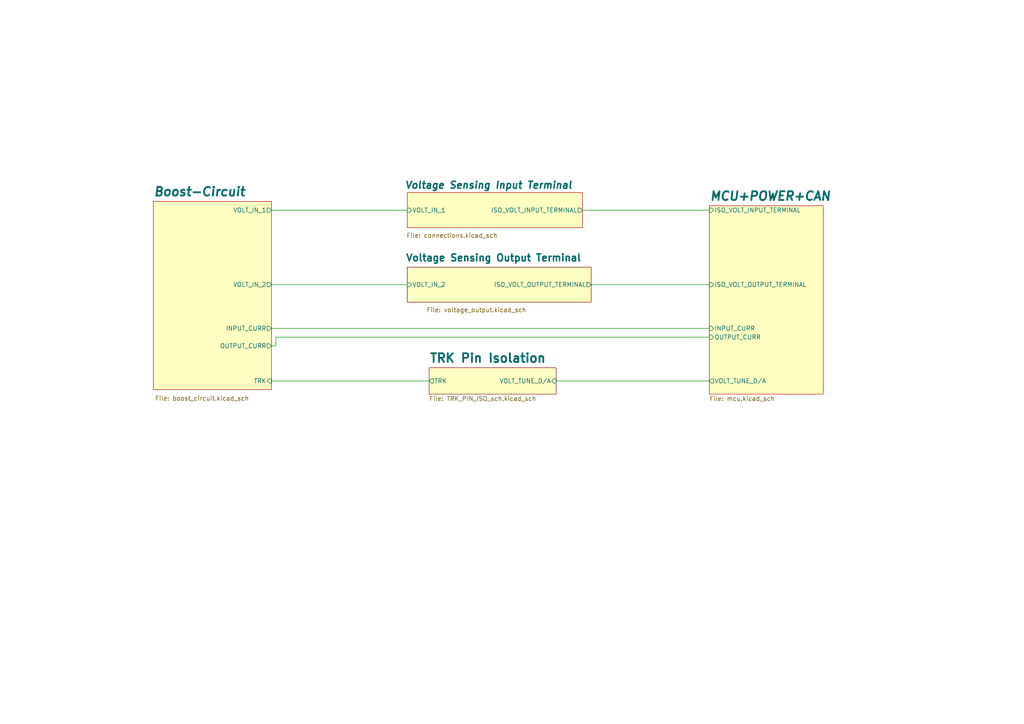
<source format=kicad_sch>
(kicad_sch
	(version 20231120)
	(generator "eeschema")
	(generator_version "8.0")
	(uuid "892bc44b-f7f8-4677-bf53-06d5523b6450")
	(paper "A4")
	(title_block
		(title "DC-DC-Converter Root Page")
		(rev "V1")
		(company "EcoCar")
		(comment 1 "Designed by: Nicholas semmens")
	)
	(lib_symbols)
	(wire
		(pts
			(xy 78.74 95.25) (xy 205.74 95.25)
		)
		(stroke
			(width 0)
			(type default)
		)
		(uuid "0626d276-9170-4649-bd8d-f605c181c56e")
	)
	(wire
		(pts
			(xy 161.29 110.49) (xy 205.74 110.49)
		)
		(stroke
			(width 0)
			(type default)
		)
		(uuid "11ac6ce0-27a5-4eab-833f-a40ede77fb9d")
	)
	(wire
		(pts
			(xy 171.45 82.55) (xy 205.74 82.55)
		)
		(stroke
			(width 0)
			(type default)
		)
		(uuid "2048aecc-782e-42a8-bb00-5c4ed5244b04")
	)
	(wire
		(pts
			(xy 78.74 60.96) (xy 118.11 60.96)
		)
		(stroke
			(width 0)
			(type default)
		)
		(uuid "3058c625-d3c3-47cb-af39-e8e063e1738d")
	)
	(wire
		(pts
			(xy 168.91 60.96) (xy 205.74 60.96)
		)
		(stroke
			(width 0)
			(type default)
		)
		(uuid "3701e8a1-9999-47ea-b0e3-5709de0bf8df")
	)
	(wire
		(pts
			(xy 80.01 100.33) (xy 80.01 97.79)
		)
		(stroke
			(width 0)
			(type default)
		)
		(uuid "79e0b60e-0268-49a7-8666-c8bf5e1897a4")
	)
	(wire
		(pts
			(xy 78.74 110.49) (xy 124.46 110.49)
		)
		(stroke
			(width 0)
			(type default)
		)
		(uuid "aa566dde-5bef-4088-8ec9-22087e10fa6f")
	)
	(wire
		(pts
			(xy 78.74 100.33) (xy 80.01 100.33)
		)
		(stroke
			(width 0)
			(type default)
		)
		(uuid "c9476d63-8f15-4268-a724-a71e7f58098e")
	)
	(wire
		(pts
			(xy 80.01 97.79) (xy 205.74 97.79)
		)
		(stroke
			(width 0)
			(type default)
		)
		(uuid "e9109105-aafc-45db-86d5-abdae88b4dfe")
	)
	(wire
		(pts
			(xy 78.74 82.55) (xy 118.11 82.55)
		)
		(stroke
			(width 0)
			(type default)
		)
		(uuid "f8bd5fa6-26ba-4072-86ce-9788aca39a8f")
	)
	(sheet
		(at 205.74 59.69)
		(size 33.02 54.61)
		(fields_autoplaced yes)
		(stroke
			(width 0.1524)
			(type solid)
			(color 194 0 0 1)
		)
		(fill
			(color 255 255 194 1.0000)
		)
		(uuid "6b6dff4b-35e7-4502-aee4-850c05739898")
		(property "Sheetname" "MCU+POWER+CAN"
			(at 205.74 58.3434 0)
			(effects
				(font
					(size 2.54 2.54)
					(bold yes)
					(italic yes)
				)
				(justify left bottom)
			)
		)
		(property "Sheetfile" "mcu.kicad_sch"
			(at 205.74 114.8846 0)
			(effects
				(font
					(size 1.27 1.27)
				)
				(justify left top)
			)
		)
		(pin "VOLT_TUNE_D{slash}A" output
			(at 205.74 110.49 180)
			(effects
				(font
					(size 1.27 1.27)
				)
				(justify left)
			)
			(uuid "eb274488-6214-4b7d-b8ed-52e4540dac74")
		)
		(pin "INPUT_CURR" input
			(at 205.74 95.25 180)
			(effects
				(font
					(size 1.27 1.27)
				)
				(justify left)
			)
			(uuid "386b57d2-3e5c-4398-8405-20f20c118cc2")
		)
		(pin "OUTPUT_CURR" input
			(at 205.74 97.79 180)
			(effects
				(font
					(size 1.27 1.27)
				)
				(justify left)
			)
			(uuid "7b011cc9-1cb2-4089-9516-729d421148bb")
		)
		(pin "ISO_VOLT_OUTPUT_TERMINAL" input
			(at 205.74 82.55 180)
			(effects
				(font
					(size 1.27 1.27)
				)
				(justify left)
			)
			(uuid "6076e9e0-d748-426d-a5ee-243b983e9f92")
		)
		(pin "ISO_VOLT_INPUT_TERMINAL" input
			(at 205.74 60.96 180)
			(effects
				(font
					(size 1.27 1.27)
				)
				(justify left)
			)
			(uuid "f07ebe9c-641f-4a95-ae95-01191c3221ab")
		)
		(instances
			(project "DC-DC-Boost-V1"
				(path "/892bc44b-f7f8-4677-bf53-06d5523b6450"
					(page "3")
				)
			)
		)
	)
	(sheet
		(at 118.11 77.47)
		(size 53.34 10.16)
		(stroke
			(width 0.1524)
			(type solid)
			(color 132 0 0 1)
		)
		(fill
			(color 255 255 194 1.0000)
		)
		(uuid "75fe99dd-6331-41c4-aaf2-0a4fa01a955e")
		(property "Sheetname" "Voltage Sensing Output Terminal"
			(at 117.602 75.946 0)
			(effects
				(font
					(size 2.032 2.032)
					(bold yes)
				)
				(justify left bottom)
			)
		)
		(property "Sheetfile" "voltage_output.kicad_sch"
			(at 123.698 89.154 0)
			(effects
				(font
					(size 1.27 1.27)
				)
				(justify left top)
			)
		)
		(pin "ISO_VOLT_OUTPUT_TERMINAL" output
			(at 171.45 82.55 0)
			(effects
				(font
					(size 1.27 1.27)
				)
				(justify right)
			)
			(uuid "a2e3ca6c-5c67-438b-b4bf-5b6e24fae8a7")
		)
		(pin "VOLT_IN_2" input
			(at 118.11 82.55 180)
			(effects
				(font
					(size 1.27 1.27)
				)
				(justify left)
			)
			(uuid "edf43b7e-c83d-407b-bc6c-039a4ed79ccc")
		)
		(instances
			(project "DC-DC-Boost-V1"
				(path "/892bc44b-f7f8-4677-bf53-06d5523b6450"
					(page "5")
				)
			)
		)
	)
	(sheet
		(at 124.46 106.68)
		(size 36.83 7.62)
		(fields_autoplaced yes)
		(stroke
			(width 0.1524)
			(type solid)
			(color 132 0 0 1)
		)
		(fill
			(color 255 255 194 1.0000)
		)
		(uuid "83854842-4c14-4e3d-b9f8-9c4b216ba0c1")
		(property "Sheetname" "TRK Pin Isolation"
			(at 124.46 105.3334 0)
			(effects
				(font
					(size 2.54 2.54)
					(bold yes)
				)
				(justify left bottom)
			)
		)
		(property "Sheetfile" "TRK_PIN_ISO_sch.kicad_sch"
			(at 124.46 114.8846 0)
			(effects
				(font
					(size 1.27 1.27)
				)
				(justify left top)
			)
		)
		(pin "TRK" output
			(at 124.46 110.49 180)
			(effects
				(font
					(size 1.27 1.27)
				)
				(justify left)
			)
			(uuid "30097057-76db-4fe5-b408-2281bfece249")
		)
		(pin "VOLT_TUNE_D{slash}A" input
			(at 161.29 110.49 0)
			(effects
				(font
					(size 1.27 1.27)
				)
				(justify right)
			)
			(uuid "4b803849-fe82-4d33-8686-c4bdeb382689")
		)
		(instances
			(project "DC-DC-Boost-V1"
				(path "/892bc44b-f7f8-4677-bf53-06d5523b6450"
					(page "6")
				)
			)
		)
	)
	(sheet
		(at 118.11 55.88)
		(size 50.8 10.16)
		(stroke
			(width 0.1524)
			(type solid)
			(color 194 0 0 1)
		)
		(fill
			(color 255 255 194 1.0000)
		)
		(uuid "bd7f2a09-2d74-4ab8-a6c5-81b8532b89e9")
		(property "Sheetname" "Voltage Sensing Input Terminal"
			(at 117.348 54.864 0)
			(effects
				(font
					(size 2.032 2.032)
					(bold yes)
					(italic yes)
				)
				(justify left bottom)
			)
		)
		(property "Sheetfile" "connections.kicad_sch"
			(at 117.856 67.564 0)
			(effects
				(font
					(size 1.27 1.27)
				)
				(justify left top)
			)
		)
		(pin "ISO_VOLT_INPUT_TERMINAL" output
			(at 168.91 60.96 0)
			(effects
				(font
					(size 1.27 1.27)
				)
				(justify right)
			)
			(uuid "022e896c-07ec-4bbb-b714-feb856f9c096")
		)
		(pin "VOLT_IN_1" input
			(at 118.11 60.96 180)
			(effects
				(font
					(size 1.27 1.27)
				)
				(justify left)
			)
			(uuid "8a8d5503-862a-46cd-a2bb-3c088ee5c645")
		)
		(instances
			(project "DC-DC-Boost-V1"
				(path "/892bc44b-f7f8-4677-bf53-06d5523b6450"
					(page "5")
				)
			)
		)
	)
	(sheet
		(at 44.45 58.42)
		(size 34.29 54.61)
		(stroke
			(width 0.1524)
			(type solid)
			(color 194 0 0 1)
		)
		(fill
			(color 255 255 194 1.0000)
		)
		(uuid "e30954a2-53b6-442e-9cf6-48fe6ffee1b3")
		(property "Sheetname" "Boost-Circuit"
			(at 44.45 57.0734 0)
			(effects
				(font
					(size 2.54 2.54)
					(bold yes)
					(italic yes)
				)
				(justify left bottom)
			)
		)
		(property "Sheetfile" "boost_circuit.kicad_sch"
			(at 44.958 114.808 0)
			(effects
				(font
					(size 1.27 1.27)
				)
				(justify left top)
			)
		)
		(pin "INPUT_CURR" output
			(at 78.74 95.25 0)
			(effects
				(font
					(size 1.27 1.27)
				)
				(justify right)
			)
			(uuid "67ea187f-b4d5-4360-bfc8-f20f39a843ba")
		)
		(pin "OUTPUT_CURR" output
			(at 78.74 100.33 0)
			(effects
				(font
					(size 1.27 1.27)
				)
				(justify right)
			)
			(uuid "475be9d9-afb5-43ea-88a6-fcda80bfc9fd")
		)
		(pin "VOLT_IN_1" output
			(at 78.74 60.96 0)
			(effects
				(font
					(size 1.27 1.27)
				)
				(justify right)
			)
			(uuid "2b4d7eb6-cd7c-4690-b70c-b9590192fbf4")
		)
		(pin "VOLT_IN_2" output
			(at 78.74 82.55 0)
			(effects
				(font
					(size 1.27 1.27)
				)
				(justify right)
			)
			(uuid "4e77abef-e696-410e-a06e-27acb681dcee")
		)
		(pin "TRK" input
			(at 78.74 110.49 0)
			(effects
				(font
					(size 1.27 1.27)
				)
				(justify right)
			)
			(uuid "ddad1e2d-45c3-487b-aac5-1ed20c80752d")
		)
		(instances
			(project "DC-DC-Boost-V1"
				(path "/892bc44b-f7f8-4677-bf53-06d5523b6450"
					(page "2")
				)
			)
		)
	)
	(sheet_instances
		(path "/"
			(page "1")
		)
	)
)

</source>
